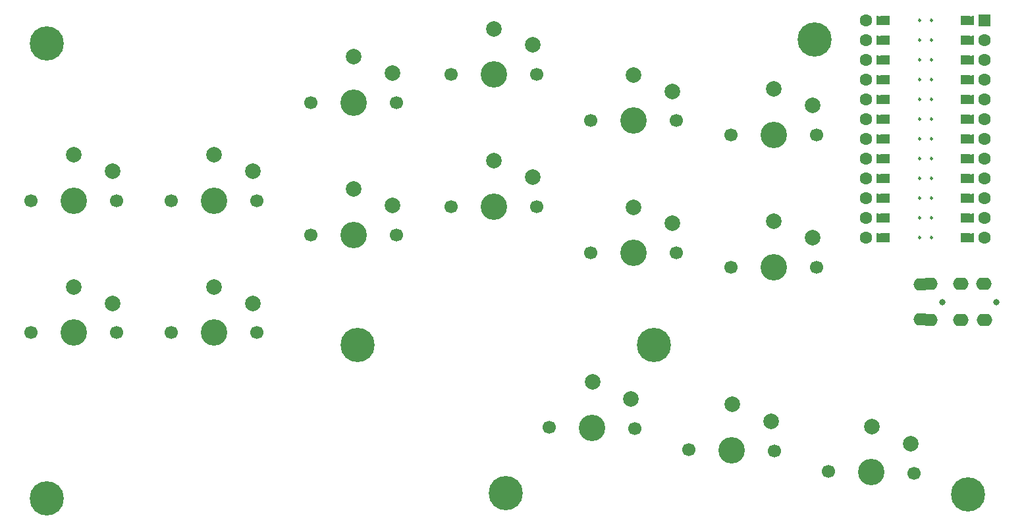
<source format=gbs>
%TF.GenerationSoftware,KiCad,Pcbnew,(6.0.4)*%
%TF.CreationDate,2022-08-14T15:03:19+10:00*%
%TF.ProjectId,budgie,62756467-6965-42e6-9b69-6361645f7063,2*%
%TF.SameCoordinates,Original*%
%TF.FileFunction,Soldermask,Bot*%
%TF.FilePolarity,Negative*%
%FSLAX46Y46*%
G04 Gerber Fmt 4.6, Leading zero omitted, Abs format (unit mm)*
G04 Created by KiCad (PCBNEW (6.0.4)) date 2022-08-14 15:03:19*
%MOMM*%
%LPD*%
G01*
G04 APERTURE LIST*
G04 Aperture macros list*
%AMFreePoly0*
4,1,6,0.600000,0.200000,0.000000,-0.400000,-0.600000,0.200000,-0.600000,0.400000,0.600000,0.400000,0.600000,0.200000,0.600000,0.200000,$1*%
%AMFreePoly1*
4,1,6,0.600000,-0.250000,-0.600000,-0.250000,-0.600000,1.000000,0.000000,0.400000,0.600000,1.000000,0.600000,-0.250000,0.600000,-0.250000,$1*%
G04 Aperture macros list end*
%ADD10C,0.250000*%
%ADD11C,0.100000*%
%ADD12C,3.400000*%
%ADD13C,1.700000*%
%ADD14C,2.000000*%
%ADD15C,4.400000*%
%ADD16FreePoly0,270.000000*%
%ADD17C,1.600000*%
%ADD18FreePoly0,90.000000*%
%ADD19R,1.600000X1.600000*%
%ADD20FreePoly1,270.000000*%
%ADD21FreePoly1,90.000000*%
%ADD22C,0.800000*%
%ADD23O,2.000000X1.600000*%
G04 APERTURE END LIST*
D10*
%TO.C,U1*%
X168387000Y-67350000D02*
G75*
G03*
X168387000Y-67350000I-125000J0D01*
G01*
X166863000Y-67350000D02*
G75*
G03*
X166863000Y-67350000I-125000J0D01*
G01*
X166863000Y-69890000D02*
G75*
G03*
X166863000Y-69890000I-125000J0D01*
G01*
X168387000Y-52110000D02*
G75*
G03*
X168387000Y-52110000I-125000J0D01*
G01*
X166863000Y-59730000D02*
G75*
G03*
X166863000Y-59730000I-125000J0D01*
G01*
X168387000Y-54650000D02*
G75*
G03*
X168387000Y-54650000I-125000J0D01*
G01*
X168387000Y-74970000D02*
G75*
G03*
X168387000Y-74970000I-125000J0D01*
G01*
X166863000Y-54650000D02*
G75*
G03*
X166863000Y-54650000I-125000J0D01*
G01*
X166863000Y-74970000D02*
G75*
G03*
X166863000Y-74970000I-125000J0D01*
G01*
X168387000Y-59730000D02*
G75*
G03*
X168387000Y-59730000I-125000J0D01*
G01*
X168387000Y-62270000D02*
G75*
G03*
X168387000Y-62270000I-125000J0D01*
G01*
X168387000Y-69890000D02*
G75*
G03*
X168387000Y-69890000I-125000J0D01*
G01*
X166863000Y-47030000D02*
G75*
G03*
X166863000Y-47030000I-125000J0D01*
G01*
X168387000Y-64810000D02*
G75*
G03*
X168387000Y-64810000I-125000J0D01*
G01*
X166863000Y-62270000D02*
G75*
G03*
X166863000Y-62270000I-125000J0D01*
G01*
X166863000Y-72430000D02*
G75*
G03*
X166863000Y-72430000I-125000J0D01*
G01*
X166863000Y-49570000D02*
G75*
G03*
X166863000Y-49570000I-125000J0D01*
G01*
X168387000Y-47030000D02*
G75*
G03*
X168387000Y-47030000I-125000J0D01*
G01*
X166863000Y-52110000D02*
G75*
G03*
X166863000Y-52110000I-125000J0D01*
G01*
X166863000Y-57190000D02*
G75*
G03*
X166863000Y-57190000I-125000J0D01*
G01*
X166863000Y-64810000D02*
G75*
G03*
X166863000Y-64810000I-125000J0D01*
G01*
X168387000Y-72430000D02*
G75*
G03*
X168387000Y-72430000I-125000J0D01*
G01*
X168387000Y-57190000D02*
G75*
G03*
X168387000Y-57190000I-125000J0D01*
G01*
X168387000Y-49570000D02*
G75*
G03*
X168387000Y-49570000I-125000J0D01*
G01*
G36*
X173596000Y-62778000D02*
G01*
X172580000Y-62778000D01*
X172580000Y-61762000D01*
X173596000Y-61762000D01*
X173596000Y-62778000D01*
G37*
D11*
X173596000Y-62778000D02*
X172580000Y-62778000D01*
X172580000Y-61762000D01*
X173596000Y-61762000D01*
X173596000Y-62778000D01*
G36*
X162420000Y-75478000D02*
G01*
X161404000Y-75478000D01*
X161404000Y-74462000D01*
X162420000Y-74462000D01*
X162420000Y-75478000D01*
G37*
X162420000Y-75478000D02*
X161404000Y-75478000D01*
X161404000Y-74462000D01*
X162420000Y-74462000D01*
X162420000Y-75478000D01*
G36*
X173596000Y-57698000D02*
G01*
X172580000Y-57698000D01*
X172580000Y-56682000D01*
X173596000Y-56682000D01*
X173596000Y-57698000D01*
G37*
X173596000Y-57698000D02*
X172580000Y-57698000D01*
X172580000Y-56682000D01*
X173596000Y-56682000D01*
X173596000Y-57698000D01*
G36*
X173596000Y-60238000D02*
G01*
X172580000Y-60238000D01*
X172580000Y-59222000D01*
X173596000Y-59222000D01*
X173596000Y-60238000D01*
G37*
X173596000Y-60238000D02*
X172580000Y-60238000D01*
X172580000Y-59222000D01*
X173596000Y-59222000D01*
X173596000Y-60238000D01*
G36*
X173596000Y-67858000D02*
G01*
X172580000Y-67858000D01*
X172580000Y-66842000D01*
X173596000Y-66842000D01*
X173596000Y-67858000D01*
G37*
X173596000Y-67858000D02*
X172580000Y-67858000D01*
X172580000Y-66842000D01*
X173596000Y-66842000D01*
X173596000Y-67858000D01*
G36*
X173596000Y-52618000D02*
G01*
X172580000Y-52618000D01*
X172580000Y-51602000D01*
X173596000Y-51602000D01*
X173596000Y-52618000D01*
G37*
X173596000Y-52618000D02*
X172580000Y-52618000D01*
X172580000Y-51602000D01*
X173596000Y-51602000D01*
X173596000Y-52618000D01*
G36*
X162420000Y-65318000D02*
G01*
X161404000Y-65318000D01*
X161404000Y-64302000D01*
X162420000Y-64302000D01*
X162420000Y-65318000D01*
G37*
X162420000Y-65318000D02*
X161404000Y-65318000D01*
X161404000Y-64302000D01*
X162420000Y-64302000D01*
X162420000Y-65318000D01*
G36*
X173596000Y-50078000D02*
G01*
X172580000Y-50078000D01*
X172580000Y-49062000D01*
X173596000Y-49062000D01*
X173596000Y-50078000D01*
G37*
X173596000Y-50078000D02*
X172580000Y-50078000D01*
X172580000Y-49062000D01*
X173596000Y-49062000D01*
X173596000Y-50078000D01*
G36*
X162420000Y-52618000D02*
G01*
X161404000Y-52618000D01*
X161404000Y-51602000D01*
X162420000Y-51602000D01*
X162420000Y-52618000D01*
G37*
X162420000Y-52618000D02*
X161404000Y-52618000D01*
X161404000Y-51602000D01*
X162420000Y-51602000D01*
X162420000Y-52618000D01*
G36*
X173596000Y-75478000D02*
G01*
X172580000Y-75478000D01*
X172580000Y-74462000D01*
X173596000Y-74462000D01*
X173596000Y-75478000D01*
G37*
X173596000Y-75478000D02*
X172580000Y-75478000D01*
X172580000Y-74462000D01*
X173596000Y-74462000D01*
X173596000Y-75478000D01*
G36*
X162420000Y-67858000D02*
G01*
X161404000Y-67858000D01*
X161404000Y-66842000D01*
X162420000Y-66842000D01*
X162420000Y-67858000D01*
G37*
X162420000Y-67858000D02*
X161404000Y-67858000D01*
X161404000Y-66842000D01*
X162420000Y-66842000D01*
X162420000Y-67858000D01*
G36*
X162420000Y-47538000D02*
G01*
X161404000Y-47538000D01*
X161404000Y-46522000D01*
X162420000Y-46522000D01*
X162420000Y-47538000D01*
G37*
X162420000Y-47538000D02*
X161404000Y-47538000D01*
X161404000Y-46522000D01*
X162420000Y-46522000D01*
X162420000Y-47538000D01*
G36*
X162420000Y-60238000D02*
G01*
X161404000Y-60238000D01*
X161404000Y-59222000D01*
X162420000Y-59222000D01*
X162420000Y-60238000D01*
G37*
X162420000Y-60238000D02*
X161404000Y-60238000D01*
X161404000Y-59222000D01*
X162420000Y-59222000D01*
X162420000Y-60238000D01*
G36*
X162420000Y-72938000D02*
G01*
X161404000Y-72938000D01*
X161404000Y-71922000D01*
X162420000Y-71922000D01*
X162420000Y-72938000D01*
G37*
X162420000Y-72938000D02*
X161404000Y-72938000D01*
X161404000Y-71922000D01*
X162420000Y-71922000D01*
X162420000Y-72938000D01*
G36*
X173596000Y-55158000D02*
G01*
X172580000Y-55158000D01*
X172580000Y-54142000D01*
X173596000Y-54142000D01*
X173596000Y-55158000D01*
G37*
X173596000Y-55158000D02*
X172580000Y-55158000D01*
X172580000Y-54142000D01*
X173596000Y-54142000D01*
X173596000Y-55158000D01*
G36*
X173596000Y-70398000D02*
G01*
X172580000Y-70398000D01*
X172580000Y-69382000D01*
X173596000Y-69382000D01*
X173596000Y-70398000D01*
G37*
X173596000Y-70398000D02*
X172580000Y-70398000D01*
X172580000Y-69382000D01*
X173596000Y-69382000D01*
X173596000Y-70398000D01*
G36*
X173596000Y-72938000D02*
G01*
X172580000Y-72938000D01*
X172580000Y-71922000D01*
X173596000Y-71922000D01*
X173596000Y-72938000D01*
G37*
X173596000Y-72938000D02*
X172580000Y-72938000D01*
X172580000Y-71922000D01*
X173596000Y-71922000D01*
X173596000Y-72938000D01*
G36*
X173596000Y-47538000D02*
G01*
X172580000Y-47538000D01*
X172580000Y-46522000D01*
X173596000Y-46522000D01*
X173596000Y-47538000D01*
G37*
X173596000Y-47538000D02*
X172580000Y-47538000D01*
X172580000Y-46522000D01*
X173596000Y-46522000D01*
X173596000Y-47538000D01*
G36*
X162420000Y-70398000D02*
G01*
X161404000Y-70398000D01*
X161404000Y-69382000D01*
X162420000Y-69382000D01*
X162420000Y-70398000D01*
G37*
X162420000Y-70398000D02*
X161404000Y-70398000D01*
X161404000Y-69382000D01*
X162420000Y-69382000D01*
X162420000Y-70398000D01*
G36*
X173596000Y-65318000D02*
G01*
X172580000Y-65318000D01*
X172580000Y-64302000D01*
X173596000Y-64302000D01*
X173596000Y-65318000D01*
G37*
X173596000Y-65318000D02*
X172580000Y-65318000D01*
X172580000Y-64302000D01*
X173596000Y-64302000D01*
X173596000Y-65318000D01*
G36*
X162420000Y-57698000D02*
G01*
X161404000Y-57698000D01*
X161404000Y-56682000D01*
X162420000Y-56682000D01*
X162420000Y-57698000D01*
G37*
X162420000Y-57698000D02*
X161404000Y-57698000D01*
X161404000Y-56682000D01*
X162420000Y-56682000D01*
X162420000Y-57698000D01*
G36*
X162420000Y-50078000D02*
G01*
X161404000Y-50078000D01*
X161404000Y-49062000D01*
X162420000Y-49062000D01*
X162420000Y-50078000D01*
G37*
X162420000Y-50078000D02*
X161404000Y-50078000D01*
X161404000Y-49062000D01*
X162420000Y-49062000D01*
X162420000Y-50078000D01*
G36*
X162420000Y-62778000D02*
G01*
X161404000Y-62778000D01*
X161404000Y-61762000D01*
X162420000Y-61762000D01*
X162420000Y-62778000D01*
G37*
X162420000Y-62778000D02*
X161404000Y-62778000D01*
X161404000Y-61762000D01*
X162420000Y-61762000D01*
X162420000Y-62778000D01*
G36*
X162420000Y-55158000D02*
G01*
X161404000Y-55158000D01*
X161404000Y-54142000D01*
X162420000Y-54142000D01*
X162420000Y-55158000D01*
G37*
X162420000Y-55158000D02*
X161404000Y-55158000D01*
X161404000Y-54142000D01*
X162420000Y-54142000D01*
X162420000Y-55158000D01*
%TD*%
D12*
%TO.C,S11*%
X148000000Y-78750000D03*
D13*
X153500000Y-78750000D03*
X142500000Y-78750000D03*
D14*
X148000000Y-72850000D03*
X153000000Y-74950000D03*
%TD*%
D15*
%TO.C,REF\u002A\u002A*%
X113500000Y-107800000D03*
X94450000Y-88750000D03*
X132550000Y-88750000D03*
%TD*%
D12*
%TO.C,S7*%
X112000000Y-71010000D03*
D13*
X117500000Y-71010000D03*
X106500000Y-71010000D03*
D14*
X112000000Y-65110000D03*
X117000000Y-67210000D03*
%TD*%
D13*
%TO.C,S13*%
X119100838Y-99336245D03*
D12*
X124600000Y-99432233D03*
D13*
X130099162Y-99528221D03*
D14*
X124702969Y-93533132D03*
X129665558Y-95720074D03*
%TD*%
D12*
%TO.C,S8*%
X112000000Y-54010000D03*
D13*
X106500000Y-54010000D03*
X117500000Y-54010000D03*
D14*
X112000000Y-48110000D03*
X117000000Y-50210000D03*
%TD*%
D12*
%TO.C,S3*%
X76000000Y-87210000D03*
D13*
X70500000Y-87210000D03*
X81500000Y-87210000D03*
D14*
X76000000Y-81310000D03*
X81000000Y-83410000D03*
%TD*%
D12*
%TO.C,S9*%
X130000000Y-76950000D03*
D13*
X124500000Y-76950000D03*
X135500000Y-76950000D03*
D14*
X130000000Y-71050000D03*
X135000000Y-73150000D03*
%TD*%
D12*
%TO.C,S6*%
X94000000Y-57610000D03*
D13*
X88500000Y-57610000D03*
X99500000Y-57610000D03*
D14*
X94000000Y-51710000D03*
X99000000Y-53810000D03*
%TD*%
D15*
%TO.C,*%
X173000000Y-108000000D03*
%TD*%
D13*
%TO.C,S5*%
X88500000Y-74610000D03*
X99500000Y-74610000D03*
D12*
X94000000Y-74610000D03*
D14*
X94000000Y-68710000D03*
X99000000Y-70810000D03*
%TD*%
D15*
%TO.C,*%
X153250000Y-49500000D03*
%TD*%
D12*
%TO.C,S10*%
X130000000Y-59950000D03*
D13*
X124500000Y-59950000D03*
X135500000Y-59950000D03*
D14*
X130000000Y-54050000D03*
X135000000Y-56150000D03*
%TD*%
D12*
%TO.C,S12*%
X148000000Y-61750000D03*
D13*
X153500000Y-61750000D03*
X142500000Y-61750000D03*
D14*
X148000000Y-55850000D03*
X153000000Y-57950000D03*
%TD*%
D16*
%TO.C,U1*%
X173342000Y-67350000D03*
D17*
X159880000Y-72430000D03*
D16*
X173342000Y-74970000D03*
D18*
X161658000Y-62270000D03*
D17*
X175120000Y-62270000D03*
D18*
X161658000Y-72430000D03*
D17*
X159880000Y-49570000D03*
D18*
X161658000Y-49570000D03*
X161658000Y-47030000D03*
D17*
X175120000Y-47030000D03*
D19*
X175120000Y-47030000D03*
D16*
X173342000Y-49570000D03*
D17*
X159880000Y-52110000D03*
X175120000Y-49570000D03*
D16*
X173342000Y-69890000D03*
D17*
X175120000Y-67350000D03*
D16*
X173342000Y-57190000D03*
D17*
X159880000Y-57190000D03*
X175120000Y-64810000D03*
X175120000Y-54650000D03*
X175120000Y-72430000D03*
D18*
X161658000Y-67350000D03*
D17*
X159880000Y-59730000D03*
D16*
X173342000Y-64810000D03*
D18*
X161658000Y-57190000D03*
D17*
X159880000Y-67350000D03*
X175120000Y-74970000D03*
D18*
X161658000Y-74970000D03*
D16*
X173342000Y-72430000D03*
D17*
X159880000Y-64810000D03*
D16*
X173342000Y-52110000D03*
D18*
X161658000Y-64810000D03*
X161658000Y-52110000D03*
X161658000Y-54650000D03*
D17*
X159880000Y-54650000D03*
X175120000Y-59730000D03*
X175120000Y-52110000D03*
D18*
X161658000Y-59730000D03*
D17*
X175120000Y-69890000D03*
X175120000Y-57190000D03*
D16*
X173342000Y-59730000D03*
D17*
X159880000Y-62270000D03*
D16*
X173342000Y-62270000D03*
D17*
X159880000Y-74970000D03*
D18*
X161658000Y-69890000D03*
D16*
X173342000Y-54650000D03*
D17*
X159880000Y-69890000D03*
X159880000Y-47030000D03*
D16*
X173342000Y-47030000D03*
D20*
X172326000Y-47030000D03*
X172326000Y-49570000D03*
X172326000Y-52110000D03*
X172326000Y-54650000D03*
X172326000Y-57190000D03*
X172326000Y-59730000D03*
X172326000Y-62270000D03*
X172326000Y-64810000D03*
X172326000Y-67350000D03*
X172326000Y-69890000D03*
X172326000Y-72430000D03*
X172326000Y-74970000D03*
D21*
X162674000Y-74970000D03*
X162674000Y-72430000D03*
X162674000Y-69890000D03*
X162674000Y-67350000D03*
X162674000Y-64810000D03*
X162674000Y-62270000D03*
X162674000Y-59730000D03*
X162674000Y-57190000D03*
X162674000Y-54650000D03*
X162674000Y-52110000D03*
X162674000Y-49570000D03*
X162674000Y-47030000D03*
%TD*%
D13*
%TO.C,S2*%
X63500000Y-70210000D03*
X52500000Y-70210000D03*
D12*
X58000000Y-70210000D03*
D14*
X58000000Y-64310000D03*
X63000000Y-66410000D03*
%TD*%
D12*
%TO.C,S4*%
X76000000Y-70210000D03*
D13*
X81500000Y-70210000D03*
X70500000Y-70210000D03*
D14*
X76000000Y-64310000D03*
X81000000Y-66410000D03*
%TD*%
D13*
%TO.C,S1*%
X52500000Y-87210000D03*
X63500000Y-87210000D03*
D12*
X58000000Y-87210000D03*
D14*
X58000000Y-81310000D03*
X63000000Y-83410000D03*
%TD*%
D15*
%TO.C,*%
X54500000Y-108500000D03*
%TD*%
D22*
%TO.C,J2*%
X176650000Y-83250000D03*
X169650000Y-83250000D03*
D23*
X172030000Y-80920000D03*
X172050000Y-85550000D03*
X175050000Y-85550000D03*
X175030000Y-80920000D03*
X166950000Y-80950000D03*
X166930000Y-85520000D03*
X168030000Y-80920000D03*
X168050000Y-85550000D03*
%TD*%
D15*
%TO.C,*%
X54500000Y-50000000D03*
%TD*%
D13*
%TO.C,S14*%
X137053593Y-102200000D03*
D12*
X142552755Y-102295988D03*
D13*
X148051917Y-102391976D03*
D14*
X142655724Y-96396887D03*
X147618313Y-98583829D03*
%TD*%
D12*
%TO.C,S15*%
X160505510Y-105159743D03*
D13*
X166004672Y-105255731D03*
X155006348Y-105063755D03*
D14*
X160608479Y-99260642D03*
X165571068Y-101447584D03*
%TD*%
M02*

</source>
